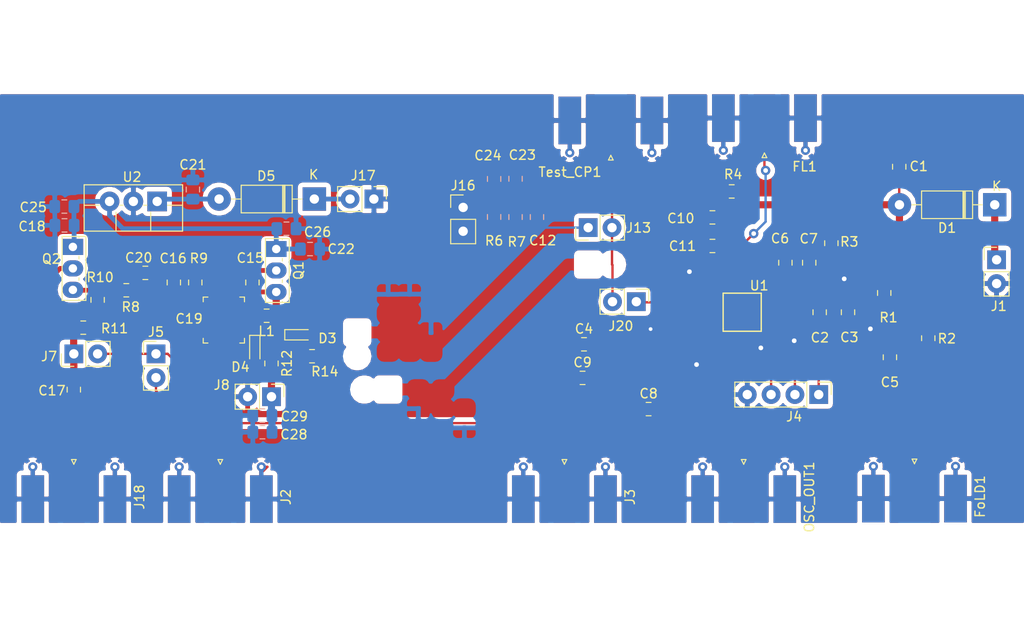
<source format=kicad_pcb>
(kicad_pcb (version 20171130) (host pcbnew "(5.1.5-0-10_14)")
  (layers (0 F.Cu signal) (31 B.Cu signal) (34 B.Paste user) (35 F.Paste user) (36 B.SilkS user) (37 F.SilkS user) (38 B.Mask user) (39 F.Mask user) (44 Edge.Cuts user))
  (net 0 "")
  (net 1 GND)
  (net 2 "Net-(C4-Pad1)")
  (net 3 "Net-(C8-Pad1)")
  (net 4 "Net-(C9-Pad2)")
  (net 5 PLL_Power)
  (net 6 "Net-(C12-Pad2)")
  (net 7 "Net-(C15-Pad1)")
  (net 8 "Net-(C15-Pad2)")
  (net 9 8V)
  (net 10 "Net-(C20-Pad2)")
  (net 11 "Net-(C21-Pad1)")
  (net 12 "Net-(D1-Pad1)")
  (net 13 "Net-(D3-Pad1)")
  (net 14 "Net-(D5-Pad1)")
  (net 15 "Net-(J2-Pad1)")
  (net 16 "Net-(J13-Pad2)")
  (net 17 V_uC)
  (net 18 Vp)
  (net 19 Vcc)
  (net 20 CE)
  (net 21 F_IN)
  (net 22 OSC_IN)
  (net 23 CPo)
  (net 24 LE)
  (net 25 Data)
  (net 26 FL)
  (net 27 FoLD)
  (net 28 OSC_OUT)
  (net 29 Clock)
  (net 30 "Net-(C17-Pad2)")
  (net 31 "Net-(C17-Pad1)")
  (net 32 "Net-(Q2-Pad3)")
  (net 33 "Net-(C23-Pad1)")
  (net 34 "Net-(C24-Pad1)")
  (net 35 "Net-(J16-Pad2)")
  (net 36 "Net-(C28-Pad2)")
  (module Capacitor_SMD:C_0805_2012Metric_Pad1.15x1.40mm_HandSolder (layer B.Cu) (at 106.7308 112.2426)
    (fp_text reference C28 (at 3.3528 0.254) (layer F.SilkS))
    (fp_text value 100pF)
    (pad 2 smd roundrect (at 1.025 0) (size 1.15 1.4) (layers B.Cu B.Paste B.Mask) (roundrect_rratio 0.217391) (net 36 "Net-(C28-Pad2)"))
    (pad 1 smd roundrect (at -1.025 0) (size 1.15 1.4) (layers B.Cu B.Paste B.Mask) (roundrect_rratio 0.217391) (net 1 GND))
  )
  (module Capacitor_SMD:C_0805_2012Metric_Pad1.15x1.40mm_HandSolder (layer B.Cu) (at 106.7218 110.4646)
    (fp_text reference C29 (at 3.4126 0.1016) (layer F.SilkS))
    (fp_text value 100nF)
    (pad 1 smd roundrect (at -1.025 0) (size 1.15 1.4) (layers B.Cu B.Paste B.Mask) (roundrect_rratio 0.217391) (net 1 GND))
    (pad 2 smd roundrect (at 1.025 0) (size 1.15 1.4) (layers B.Cu B.Paste B.Mask) (roundrect_rratio 0.217391) (net 36 "Net-(C28-Pad2)"))
  )
  (module Capacitor_SMD:C_0805_2012Metric_Pad1.15x1.40mm_HandSolder (layer B.Cu) (at 109.2925 90.5383 180)
    (fp_text reference C26 (at -3.3184 -0.3556 180) (layer F.SilkS))
    (fp_text value 100pF)
    (pad 2 smd roundrect (at 1.025 0 180) (size 1.15 1.4) (layers B.Cu B.Paste B.Mask) (roundrect_rratio 0.217391) (net 9 8V))
    (pad 1 smd roundrect (at -1.025 0 180) (size 1.15 1.4) (layers B.Cu B.Paste B.Mask) (roundrect_rratio 0.217391) (net 1 GND))
  )
  (module Capacitor_SMD:C_0805_2012Metric_Pad1.15x1.40mm_HandSolder (layer B.Cu) (at 85.6017 88.1761)
    (fp_text reference C25 (at -3.3184 0.0762) (layer F.SilkS))
    (fp_text value 100pF)
    (pad 1 smd roundrect (at -1.025 0) (size 1.15 1.4) (layers B.Cu B.Paste B.Mask) (roundrect_rratio 0.217391) (net 1 GND))
    (pad 2 smd roundrect (at 1.025 0) (size 1.15 1.4) (layers B.Cu B.Paste B.Mask) (roundrect_rratio 0.217391) (net 9 8V))
  )
  (module Resistor_SMD:R_0805_2012Metric_Pad1.15x1.40mm_HandSolder (layer F.Cu) (at 112.023 104.14 180)
    (fp_text reference R14 (at -1.3626 -1.6383 180) (layer F.SilkS))
    (fp_text value 0)
    (pad 2 smd roundrect (at 1.025 0 180) (size 1.15 1.4) (layers F.Cu F.Paste F.Mask) (roundrect_rratio 0.217391) (net 13 "Net-(D3-Pad1)"))
    (pad 1 smd roundrect (at -1.025 0 180) (size 1.15 1.4) (layers F.Cu F.Paste F.Mask) (roundrect_rratio 0.217391) (net 35 "Net-(J16-Pad2)"))
  )
  (module Resistor_SMD:R_0805_2012Metric_Pad1.15x1.40mm_HandSolder (layer F.Cu) (at 89.154 98.1292 270)
    (fp_text reference R10 (at -2.4093 -0.2667) (layer F.SilkS))
    (fp_text value 100k)
    (pad 1 smd roundrect (at -1.025 0 270) (size 1.15 1.4) (layers F.Cu F.Paste F.Mask) (roundrect_rratio 0.217391) (net 32 "Net-(Q2-Pad3)"))
    (pad 2 smd roundrect (at 1.025 0 270) (size 1.15 1.4) (layers F.Cu F.Paste F.Mask) (roundrect_rratio 0.217391) (net 1 GND))
  )
  (module Resistor_SMD:R_0805_2012Metric_Pad1.15x1.40mm_HandSolder (layer F.Cu) (at 107.696 104.911 270)
    (fp_text reference R12 (at 0 -1.65 270) (layer F.SilkS))
    (fp_text value 1k)
    (pad 1 smd roundrect (at -1.025 0 270) (size 1.15 1.4) (layers F.Cu F.Paste F.Mask) (roundrect_rratio 0.217391) (net 13 "Net-(D3-Pad1)"))
    (pad 2 smd roundrect (at 1.025 0 270) (size 1.15 1.4) (layers F.Cu F.Paste F.Mask) (roundrect_rratio 0.217391) (net 36 "Net-(C28-Pad2)"))
  )
  (module Capacitor_SMD:C_0805_2012Metric_Pad1.15x1.40mm_HandSolder (layer B.Cu) (at 131.442 85.231 90)
    (fp_text reference C24 (at 2.4982 -0.6604 180) (layer F.SilkS))
    (fp_text value 220nF)
    (pad 2 smd roundrect (at 1.025 0 90) (size 1.15 1.4) (layers B.Cu B.Paste B.Mask) (roundrect_rratio 0.217391) (net 1 GND))
    (pad 1 smd roundrect (at -1.025 0 90) (size 1.15 1.4) (layers B.Cu B.Paste B.Mask) (roundrect_rratio 0.217391) (net 34 "Net-(C24-Pad1)"))
  )
  (module Capacitor_SMD:C_0805_2012Metric_Pad1.15x1.40mm_HandSolder (layer B.Cu) (at 133.728 85.213 90)
    (fp_text reference C23 (at 2.531 0.7239 180) (layer F.SilkS))
    (fp_text value 80nF)
    (pad 1 smd roundrect (at -1.025 0 90) (size 1.15 1.4) (layers B.Cu B.Paste B.Mask) (roundrect_rratio 0.217391) (net 33 "Net-(C23-Pad1)"))
    (pad 2 smd roundrect (at 1.025 0 90) (size 1.15 1.4) (layers B.Cu B.Paste B.Mask) (roundrect_rratio 0.217391) (net 1 GND))
  )
  (module Capacitor_SMD:C_Trimmer_Murata_TZB4-B (layer F.Cu) (at 102.616 100.282 270)
    (fp_text reference C19 (at -0.1425 3.7084) (layer F.SilkS))
    (fp_text value "TZB4Z100BA10R00 ")
    (pad 1 smd rect (at -3 0 270) (size 2 1.6) (layers F.Cu F.Paste F.Mask) (net 8 "Net-(C15-Pad2)"))
    (pad 2 smd rect (at 3 0 270) (size 2 1.6) (layers F.Cu F.Paste F.Mask) (net 1 GND))
  )
  (module Resistor_SMD:R_0805_2012Metric_Pad1.15x1.40mm_HandSolder (layer B.Cu) (at 133.728 89.295 90)
    (fp_text reference R7 (at -2.6453 0.127 180) (layer F.SilkS))
    (fp_text value 62k)
    (pad 1 smd roundrect (at -1.025 0 90) (size 1.15 1.4) (layers B.Cu B.Paste B.Mask) (roundrect_rratio 0.217391) (net 6 "Net-(C12-Pad2)"))
    (pad 2 smd roundrect (at 1.025 0 90) (size 1.15 1.4) (layers B.Cu B.Paste B.Mask) (roundrect_rratio 0.217391) (net 33 "Net-(C23-Pad1)"))
  )
  (module Resistor_SMD:R_0805_2012Metric_Pad1.15x1.40mm_HandSolder (layer F.Cu) (at 92.211 97.1042)
    (fp_text reference R8 (at 0.4736 1.7907) (layer F.SilkS))
    (fp_text value "1 Ohm")
    (pad 2 smd roundrect (at 1.025 0) (size 1.15 1.4) (layers F.Cu F.Paste F.Mask) (roundrect_rratio 0.217391) (net 10 "Net-(C20-Pad2)"))
    (pad 1 smd roundrect (at -1.025 0) (size 1.15 1.4) (layers F.Cu F.Paste F.Mask) (roundrect_rratio 0.217391) (net 32 "Net-(Q2-Pad3)"))
  )
  (module Capacitor_SMD:C_0805_2012Metric_Pad1.15x1.40mm_HandSolder (layer F.Cu) (at 86.614 107.705 270)
    (fp_text reference C17 (at 0.1053 2.3368) (layer F.SilkS))
    (fp_text value 100nF)
    (pad 2 smd roundrect (at 1.025 0 270) (size 1.15 1.4) (layers F.Cu F.Paste F.Mask) (roundrect_rratio 0.217391) (net 30 "Net-(C17-Pad2)"))
    (pad 1 smd roundrect (at -1.025 0 270) (size 1.15 1.4) (layers F.Cu F.Paste F.Mask) (roundrect_rratio 0.217391) (net 31 "Net-(C17-Pad1)"))
  )
  (module Package_TO_SOT_THT:TO-251-3_Vertical (layer F.Cu) (at 86.5124 92.4814 270)
    (fp_text reference Q2 (at 1.2827 2.2987) (layer F.SilkS))
    (fp_text value "2N5486 JFET")
    (pad 3 thru_hole oval (at 4.58 0 270) (size 1.7175 2.2) (drill 0.9) (layers *.Cu *.Mask) (net 32 "Net-(Q2-Pad3)"))
    (pad 2 thru_hole oval (at 2.29 0 270) (size 1.7175 2.2) (drill 0.9) (layers *.Cu *.Mask) (net 31 "Net-(C17-Pad1)"))
    (pad 1 thru_hole rect (at 0 0 270) (size 1.7175 2.2) (drill 0.9) (layers *.Cu *.Mask) (net 9 8V))
  )
  (module Package_TO_SOT_THT:TO-251-3_Vertical (layer F.Cu) (at 108.204 92.706 270)
    (fp_text reference Q1 (at 2.29 -2.39 270) (layer F.SilkS))
    (fp_text value "2N5486 JFET")
    (pad 1 thru_hole rect (at 0 0 270) (size 1.7 2.2) (drill 0.9) (layers *.Cu *.Mask) (net 9 8V))
    (pad 2 thru_hole oval (at 2.29 0 270) (size 1.7 2.2) (drill 0.9) (layers *.Cu *.Mask) (net 7 "Net-(C15-Pad1)"))
    (pad 3 thru_hole oval (at 4.58 0 270) (size 1.7 2.2) (drill 0.9) (layers *.Cu *.Mask) (net 8 "Net-(C15-Pad2)"))
  )
  (module Connector_Coaxial:SMA_Molex_73251-1153_EdgeMount_Horizontal (layer F.Cu) (at 176.276 117.6092 90)
    (fp_text reference FoLD1 (at -1.5 7 90) (layer F.SilkS))
    (fp_text value Conn_Coaxial)
    (pad 2 smd rect (at 1.27 4.38 90) (size 0.95 0.46) (layers B.Cu) (net 1 GND))
    (pad 2 smd rect (at 1.27 -4.38 90) (size 0.95 0.46) (layers B.Cu) (net 1 GND))
    (pad 2 smd rect (at 1.27 4.38 90) (size 0.95 0.46) (layers F.Cu) (net 1 GND))
    (pad 2 smd rect (at 1.27 -4.38 90) (size 0.95 0.46) (layers F.Cu) (net 1 GND))
    (pad 2 thru_hole circle (at 1.72 4.38 90) (size 0.97 0.97) (drill 0.46) (layers *.Cu) (net 1 GND))
    (pad 2 thru_hole circle (at 1.72 -4.38 90) (size 0.97 0.97) (drill 0.46) (layers *.Cu) (net 1 GND))
    (pad 2 smd rect (at -1.72 4.38 90) (size 5.08 2.42) (layers B.Cu B.Paste B.Mask) (net 1 GND))
    (pad 2 smd rect (at -1.72 -4.38 90) (size 5.08 2.42) (layers B.Cu B.Paste B.Mask) (net 1 GND))
    (pad 2 smd rect (at -1.72 4.38 90) (size 5.08 2.42) (layers F.Cu F.Paste F.Mask) (net 1 GND))
    (pad 2 smd rect (at -1.72 -4.38 90) (size 5.08 2.42) (layers F.Cu F.Paste F.Mask) (net 1 GND))
    (pad 1 smd rect (at -1.72 0 90) (size 5.08 2.29) (layers F.Cu F.Paste F.Mask) (net 27 FoLD))
  )
  (module Connector_Coaxial:SMA_Molex_73251-1153_EdgeMount_Horizontal (layer F.Cu) (at 160.274 80.46 270)
    (fp_text reference FL1 (at 3.45652 -4.28244) (layer F.SilkS))
    (fp_text value Conn_Coaxial)
    (pad 1 smd rect (at -1.72 0 270) (size 5.08 2.29) (layers F.Cu F.Paste F.Mask) (net 26 FL))
    (pad 2 smd rect (at -1.72 -4.38 270) (size 5.08 2.42) (layers F.Cu F.Paste F.Mask) (net 1 GND))
    (pad 2 smd rect (at -1.72 4.38 270) (size 5.08 2.42) (layers F.Cu F.Paste F.Mask) (net 1 GND))
    (pad 2 smd rect (at -1.72 -4.38 270) (size 5.08 2.42) (layers B.Cu B.Paste B.Mask) (net 1 GND))
    (pad 2 smd rect (at -1.72 4.38 270) (size 5.08 2.42) (layers B.Cu B.Paste B.Mask) (net 1 GND))
    (pad 2 thru_hole circle (at 1.72 -4.38 270) (size 0.97 0.97) (drill 0.46) (layers *.Cu) (net 1 GND))
    (pad 2 thru_hole circle (at 1.72 4.38 270) (size 0.97 0.97) (drill 0.46) (layers *.Cu) (net 1 GND))
    (pad 2 smd rect (at 1.27 -4.38 270) (size 0.95 0.46) (layers F.Cu) (net 1 GND))
    (pad 2 smd rect (at 1.27 4.38 270) (size 0.95 0.46) (layers F.Cu) (net 1 GND))
    (pad 2 smd rect (at 1.27 -4.38 270) (size 0.95 0.46) (layers B.Cu) (net 1 GND))
    (pad 2 smd rect (at 1.27 4.38 270) (size 0.95 0.46) (layers B.Cu) (net 1 GND))
  )
  (module Connector_Coaxial:SMA_Molex_73251-1153_EdgeMount_Horizontal (layer F.Cu) (at 143.891 80.714 270)
    (fp_text reference Test_CP1 (at 3.78672 4.35356) (layer F.SilkS))
    (fp_text value Conn_Coaxial)
    (pad 2 smd rect (at 1.27 4.38 270) (size 0.95 0.46) (layers B.Cu) (net 1 GND))
    (pad 2 smd rect (at 1.27 -4.38 270) (size 0.95 0.46) (layers B.Cu) (net 1 GND))
    (pad 2 smd rect (at 1.27 4.38 270) (size 0.95 0.46) (layers F.Cu) (net 1 GND))
    (pad 2 smd rect (at 1.27 -4.38 270) (size 0.95 0.46) (layers F.Cu) (net 1 GND))
    (pad 2 thru_hole circle (at 1.72 4.38 270) (size 0.97 0.97) (drill 0.46) (layers *.Cu) (net 1 GND))
    (pad 2 thru_hole circle (at 1.72 -4.38 270) (size 0.97 0.97) (drill 0.46) (layers *.Cu) (net 1 GND))
    (pad 2 smd rect (at -1.72 4.38 270) (size 5.08 2.42) (layers B.Cu B.Paste B.Mask) (net 1 GND))
    (pad 2 smd rect (at -1.72 -4.38 270) (size 5.08 2.42) (layers B.Cu B.Paste B.Mask) (net 1 GND))
    (pad 2 smd rect (at -1.72 4.38 270) (size 5.08 2.42) (layers F.Cu F.Paste F.Mask) (net 1 GND))
    (pad 2 smd rect (at -1.72 -4.38 270) (size 5.08 2.42) (layers F.Cu F.Paste F.Mask) (net 1 GND))
    (pad 1 smd rect (at -1.72 0 270) (size 5.08 2.29) (layers F.Cu F.Paste F.Mask) (net 16 "Net-(J13-Pad2)"))
  )
  (module Connector_Coaxial:SMA_Molex_73251-1153_EdgeMount_Horizontal (layer F.Cu) (at 158.0642 117.66 90)
    (fp_text reference OSC_OUT1 (at -1.5 7 90) (layer F.SilkS))
    (fp_text value Conn_Coaxial)
    (pad 1 smd rect (at -1.72 0 90) (size 5.08 2.29) (layers F.Cu F.Paste F.Mask) (net 28 OSC_OUT))
    (pad 2 smd rect (at -1.72 -4.38 90) (size 5.08 2.42) (layers F.Cu F.Paste F.Mask) (net 1 GND))
    (pad 2 smd rect (at -1.72 4.38 90) (size 5.08 2.42) (layers F.Cu F.Paste F.Mask) (net 1 GND))
    (pad 2 smd rect (at -1.72 -4.38 90) (size 5.08 2.42) (layers B.Cu B.Paste B.Mask) (net 1 GND))
    (pad 2 smd rect (at -1.72 4.38 90) (size 5.08 2.42) (layers B.Cu B.Paste B.Mask) (net 1 GND))
    (pad 2 thru_hole circle (at 1.72 -4.38 90) (size 0.97 0.97) (drill 0.46) (layers *.Cu) (net 1 GND))
    (pad 2 thru_hole circle (at 1.72 4.38 90) (size 0.97 0.97) (drill 0.46) (layers *.Cu) (net 1 GND))
    (pad 2 smd rect (at 1.27 -4.38 90) (size 0.95 0.46) (layers F.Cu) (net 1 GND))
    (pad 2 smd rect (at 1.27 4.38 90) (size 0.95 0.46) (layers F.Cu) (net 1 GND))
    (pad 2 smd rect (at 1.27 -4.38 90) (size 0.95 0.46) (layers B.Cu) (net 1 GND))
    (pad 2 smd rect (at 1.27 4.38 90) (size 0.95 0.46) (layers B.Cu) (net 1 GND))
  )
  (module Capacitor_SMD:C_0805_2012Metric_Pad1.15x1.40mm_HandSolder (layer F.Cu) (at 174.6504 83.9306 270)
    (fp_text reference C1 (at -0.04456 -2.0828) (layer F.SilkS))
    (fp_text value C)
    (pad 1 smd roundrect (at -1.025 0 270) (size 1.15 1.4) (layers F.Cu F.Paste F.Mask) (roundrect_rratio 0.217391) (net 1 GND))
    (pad 2 smd roundrect (at 1.025 0 270) (size 1.15 1.4) (layers F.Cu F.Paste F.Mask) (roundrect_rratio 0.217391) (net 5 PLL_Power))
  )
  (module Capacitor_SMD:C_0805_2012Metric_Pad1.15x1.40mm_HandSolder (layer F.Cu) (at 166.1668 99.45 90)
    (fp_text reference C2 (at -2.7088 0.02032 180) (layer F.SilkS))
    (fp_text value 100nF)
    (pad 1 smd roundrect (at -1.025 0 90) (size 1.15 1.4) (layers F.Cu F.Paste F.Mask) (roundrect_rratio 0.217391) (net 1 GND))
    (pad 2 smd roundrect (at 1.025 0 90) (size 1.15 1.4) (layers F.Cu F.Paste F.Mask) (roundrect_rratio 0.217391) (net 17 V_uC))
  )
  (module Capacitor_SMD:C_0805_2012Metric_Pad1.15x1.40mm_HandSolder (layer F.Cu) (at 169.1894 99.45 90)
    (fp_text reference C3 (at -2.67324 0.14224 180) (layer F.SilkS))
    (fp_text value 100pF)
    (pad 2 smd roundrect (at 1.025 0 90) (size 1.15 1.4) (layers F.Cu F.Paste F.Mask) (roundrect_rratio 0.217391) (net 17 V_uC))
    (pad 1 smd roundrect (at -1.025 0 90) (size 1.15 1.4) (layers F.Cu F.Paste F.Mask) (roundrect_rratio 0.217391) (net 1 GND))
  )
  (module Capacitor_SMD:C_0805_2012Metric_Pad1.15x1.40mm_HandSolder (layer F.Cu) (at 141.0298 102.87)
    (fp_text reference C4 (at 0 -1.65) (layer F.SilkS))
    (fp_text value 1000pF)
    (pad 2 smd roundrect (at 1.025 0) (size 1.15 1.4) (layers F.Cu F.Paste F.Mask) (roundrect_rratio 0.217391) (net 21 F_IN))
    (pad 1 smd roundrect (at -1.025 0) (size 1.15 1.4) (layers F.Cu F.Paste F.Mask) (roundrect_rratio 0.217391) (net 2 "Net-(C4-Pad1)"))
  )
  (module Capacitor_SMD:C_0805_2012Metric_Pad1.15x1.40mm_HandSolder (layer F.Cu) (at 173.6598 104.2506 90)
    (fp_text reference C5 (at -2.66308 -0.00508 180) (layer F.SilkS))
    (fp_text value 100nF)
    (pad 2 smd roundrect (at 1.025 0 90) (size 1.15 1.4) (layers F.Cu F.Paste F.Mask) (roundrect_rratio 0.217391) (net 20 CE))
    (pad 1 smd roundrect (at -1.025 0 90) (size 1.15 1.4) (layers F.Cu F.Paste F.Mask) (roundrect_rratio 0.217391) (net 1 GND))
  )
  (module Capacitor_SMD:C_0805_2012Metric_Pad1.15x1.40mm_HandSolder (layer F.Cu) (at 162.5092 94.1668 90)
    (fp_text reference C6 (at 2.5871 -0.5715 180) (layer F.SilkS))
    (fp_text value 100nF)
    (pad 1 smd roundrect (at -1.025 0 90) (size 1.15 1.4) (layers F.Cu F.Paste F.Mask) (roundrect_rratio 0.217391) (net 1 GND))
    (pad 2 smd roundrect (at 1.025 0 90) (size 1.15 1.4) (layers F.Cu F.Paste F.Mask) (roundrect_rratio 0.217391) (net 19 Vcc))
  )
  (module Capacitor_SMD:C_0805_2012Metric_Pad1.15x1.40mm_HandSolder (layer F.Cu) (at 165.0492 94.1668 90)
    (fp_text reference C7 (at 2.5617 -0.0508 180) (layer F.SilkS))
    (fp_text value 100pF)
    (pad 1 smd roundrect (at -1.025 0 90) (size 1.15 1.4) (layers F.Cu F.Paste F.Mask) (roundrect_rratio 0.217391) (net 1 GND))
    (pad 2 smd roundrect (at 1.025 0 90) (size 1.15 1.4) (layers F.Cu F.Paste F.Mask) (roundrect_rratio 0.217391) (net 19 Vcc))
  )
  (module Capacitor_SMD:C_0805_2012Metric_Pad1.15x1.40mm_HandSolder (layer F.Cu) (at 147.9206 109.7788)
    (fp_text reference C8 (at 0 -1.65) (layer F.SilkS))
    (fp_text value 1000pF)
    (pad 2 smd roundrect (at 1.025 0) (size 1.15 1.4) (layers F.Cu F.Paste F.Mask) (roundrect_rratio 0.217391) (net 22 OSC_IN))
    (pad 1 smd roundrect (at -1.025 0) (size 1.15 1.4) (layers F.Cu F.Paste F.Mask) (roundrect_rratio 0.217391) (net 3 "Net-(C8-Pad1)"))
  )
  (module Capacitor_SMD:C_0805_2012Metric_Pad1.15x1.40mm_HandSolder (layer F.Cu) (at 140.8774 106.4514)
    (fp_text reference C9 (at 0 -1.65) (layer F.SilkS))
    (fp_text value 100nF)
    (pad 2 smd roundrect (at 1.025 0) (size 1.15 1.4) (layers F.Cu F.Paste F.Mask) (roundrect_rratio 0.217391) (net 4 "Net-(C9-Pad2)"))
    (pad 1 smd roundrect (at -1.025 0) (size 1.15 1.4) (layers F.Cu F.Paste F.Mask) (roundrect_rratio 0.217391) (net 1 GND))
  )
  (module Capacitor_SMD:C_0805_2012Metric_Pad1.15x1.40mm_HandSolder (layer F.Cu) (at 154.7278 89.3318)
    (fp_text reference C10 (at -3.3692 0.1016) (layer F.SilkS))
    (fp_text value 100nF)
    (pad 2 smd roundrect (at 1.025 0) (size 1.15 1.4) (layers F.Cu F.Paste F.Mask) (roundrect_rratio 0.217391) (net 18 Vp))
    (pad 1 smd roundrect (at -1.025 0) (size 1.15 1.4) (layers F.Cu F.Paste F.Mask) (roundrect_rratio 0.217391) (net 1 GND))
  )
  (module Capacitor_SMD:C_0805_2012Metric_Pad1.15x1.40mm_HandSolder (layer F.Cu) (at 154.7278 92.3798)
    (fp_text reference C11 (at -3.1914 0.0127) (layer F.SilkS))
    (fp_text value 100pF)
    (pad 1 smd roundrect (at -1.025 0) (size 1.15 1.4) (layers F.Cu F.Paste F.Mask) (roundrect_rratio 0.217391) (net 1 GND))
    (pad 2 smd roundrect (at 1.025 0) (size 1.15 1.4) (layers F.Cu F.Paste F.Mask) (roundrect_rratio 0.217391) (net 18 Vp))
  )
  (module Capacitor_SMD:C_0805_2012Metric_Pad1.15x1.40mm_HandSolder (layer B.Cu) (at 136.014 89.295 270)
    (fp_text reference C12 (at 2.5056 -0.6096) (layer F.SilkS))
    (fp_text value 12nF)
    (pad 2 smd roundrect (at 1.025 0 270) (size 1.15 1.4) (layers B.Cu B.Paste B.Mask) (roundrect_rratio 0.217391) (net 6 "Net-(C12-Pad2)"))
    (pad 1 smd roundrect (at -1.025 0 270) (size 1.15 1.4) (layers B.Cu B.Paste B.Mask) (roundrect_rratio 0.217391) (net 1 GND))
  )
  (module Capacitor_SMD:C_0805_2012Metric_Pad1.15x1.40mm_HandSolder (layer F.Cu) (at 105.664 96.275 270)
    (fp_text reference C15 (at -2.6125 0.2286) (layer F.SilkS))
    (fp_text value 47pF)
    (pad 1 smd roundrect (at -1.025 0 270) (size 1.15 1.4) (layers F.Cu F.Paste F.Mask) (roundrect_rratio 0.217391) (net 7 "Net-(C15-Pad1)"))
    (pad 2 smd roundrect (at 1.025 0 270) (size 1.15 1.4) (layers F.Cu F.Paste F.Mask) (roundrect_rratio 0.217391) (net 8 "Net-(C15-Pad2)"))
  )
  (module Capacitor_SMD:C_0805_2012Metric_Pad1.15x1.40mm_HandSolder (layer F.Cu) (at 97.282 96.275 90)
    (fp_text reference C16 (at 2.5744 -0.0762 180) (layer F.SilkS))
    (fp_text value 100pF)
    (pad 2 smd roundrect (at 1.025 0 90) (size 1.15 1.4) (layers F.Cu F.Paste F.Mask) (roundrect_rratio 0.217391) (net 7 "Net-(C15-Pad1)"))
    (pad 1 smd roundrect (at -1.025 0 90) (size 1.15 1.4) (layers F.Cu F.Paste F.Mask) (roundrect_rratio 0.217391) (net 1 GND))
  )
  (module Capacitor_SMD:C_0805_2012Metric_Pad1.15x1.40mm_HandSolder (layer B.Cu) (at 85.6197 90.1827)
    (fp_text reference C18 (at -3.4634 0.1143) (layer F.SilkS))
    (fp_text value 100nF)
    (pad 1 smd roundrect (at -1.025 0) (size 1.15 1.4) (layers B.Cu B.Paste B.Mask) (roundrect_rratio 0.217391) (net 1 GND))
    (pad 2 smd roundrect (at 1.025 0) (size 1.15 1.4) (layers B.Cu B.Paste B.Mask) (roundrect_rratio 0.217391) (net 9 8V))
  )
  (module Capacitor_SMD:C_0805_2012Metric_Pad1.15x1.40mm_HandSolder (layer F.Cu) (at 94.243 95.25 180)
    (fp_text reference C20 (at 0.7075 1.6129 180) (layer F.SilkS))
    (fp_text value 10pF)
    (pad 1 smd roundrect (at -1.025 0 180) (size 1.15 1.4) (layers F.Cu F.Paste F.Mask) (roundrect_rratio 0.217391) (net 7 "Net-(C15-Pad1)"))
    (pad 2 smd roundrect (at 1.025 0 180) (size 1.15 1.4) (layers F.Cu F.Paste F.Mask) (roundrect_rratio 0.217391) (net 10 "Net-(C20-Pad2)"))
  )
  (module Capacitor_SMD:C_0805_2012Metric_Pad1.15x1.40mm_HandSolder (layer B.Cu) (at 99.314 86.36 90)
    (fp_text reference C21 (at 2.6416 0) (layer F.SilkS))
    (fp_text value 100nF)
    (pad 1 smd roundrect (at -1.025 0 90) (size 1.15 1.4) (layers B.Cu B.Paste B.Mask) (roundrect_rratio 0.217391) (net 11 "Net-(C21-Pad1)"))
    (pad 2 smd roundrect (at 1.025 0 90) (size 1.15 1.4) (layers B.Cu B.Paste B.Mask) (roundrect_rratio 0.217391) (net 1 GND))
  )
  (module Capacitor_SMD:C_0805_2012Metric_Pad1.15x1.40mm_HandSolder (layer B.Cu) (at 111.8071 92.71 180)
    (fp_text reference C22 (at -3.3184 0 180) (layer F.SilkS))
    (fp_text value 100nF)
    (pad 1 smd roundrect (at -1.025 0 180) (size 1.15 1.4) (layers B.Cu B.Paste B.Mask) (roundrect_rratio 0.217391) (net 1 GND))
    (pad 2 smd roundrect (at 1.025 0 180) (size 1.15 1.4) (layers B.Cu B.Paste B.Mask) (roundrect_rratio 0.217391) (net 9 8V))
  )
  (module Diode_THT:D_DO-41_SOD81_P10.16mm_Horizontal (layer F.Cu) (at 184.8358 87.9856 180)
    (fp_text reference D1 (at 5.08 -2.47 180) (layer F.SilkS))
    (fp_text value DIODE)
    (fp_text user K (at -0.21336 1.9812 180) (layer F.SilkS))
    (pad 1 thru_hole rect (at 0 0 180) (size 2.5 2.5) (drill 1) (layers *.Cu *.Mask) (net 12 "Net-(D1-Pad1)"))
    (pad 2 thru_hole oval (at 10.16 0 180) (size 2.5 2.5) (drill 1) (layers *.Cu *.Mask) (net 5 PLL_Power))
  )
  (module Diode_SMD:D_SC-80_HandSoldering (layer F.Cu) (at 110.914 101.854)
    (fp_text reference D3 (at 2.751 0.381) (layer F.SilkS))
    (fp_text value 1SV232)
    (pad 1 smd rect (at -1.1 0) (size 1.1 0.6) (layers F.Cu F.Paste F.Mask) (net 13 "Net-(D3-Pad1)"))
    (pad 2 smd rect (at 1.1 0) (size 1.1 0.6) (layers F.Cu F.Paste F.Mask) (net 8 "Net-(C15-Pad2)"))
  )
  (module Diode_SMD:D_SC-80_HandSoldering (layer F.Cu) (at 105.918 103.716 270)
    (fp_text reference D4 (at 1.5797 1.5367) (layer F.SilkS))
    (fp_text value 1SV232)
    (pad 2 smd rect (at 1.1 0 270) (size 1.1 0.6) (layers F.Cu F.Paste F.Mask) (net 1 GND))
    (pad 1 smd rect (at -1.1 0 270) (size 1.1 0.6) (layers F.Cu F.Paste F.Mask) (net 13 "Net-(D3-Pad1)"))
  )
  (module Diode_THT:D_DO-41_SOD81_P10.16mm_Horizontal (layer F.Cu) (at 112.268 87.376 180)
    (fp_text reference D5 (at 5.1308 2.4511 180) (layer F.SilkS))
    (fp_text value DIODE)
    (fp_text user K (at 0.0762 2.6035 180) (layer F.SilkS))
    (pad 2 thru_hole oval (at 10.16 0 180) (size 2.5 2.5) (drill 1) (layers *.Cu *.Mask) (net 11 "Net-(C21-Pad1)"))
    (pad 1 thru_hole rect (at 0 0 180) (size 2.5 2.5) (drill 1) (layers *.Cu *.Mask) (net 14 "Net-(D5-Pad1)"))
  )
  (module Connector_PinHeader_2.54mm:PinHeader_1x02_P2.54mm_Vertical (layer F.Cu) (at 185.039 93.853)
    (fp_text reference J1 (at 0.2286 4.94792) (layer F.SilkS))
    (fp_text value Conn_01x02_Male)
    (pad 2 thru_hole oval (at 0 2.54) (size 2 2) (drill 1) (layers *.Cu *.Mask) (net 1 GND))
    (pad 1 thru_hole rect (at 0 0) (size 2 2) (drill 1) (layers *.Cu *.Mask) (net 12 "Net-(D1-Pad1)"))
  )
  (module Connector_Coaxial:SMA_Molex_73251-1153_EdgeMount_Horizontal (layer F.Cu) (at 102.235 117.66 90)
    (fp_text reference J2 (at -1.5 7 90) (layer F.SilkS))
    (fp_text value Conn_Coaxial)
    (pad 2 smd rect (at 1.27 4.38 90) (size 0.95 0.46) (layers B.Cu) (net 1 GND))
    (pad 2 smd rect (at 1.27 -4.38 90) (size 0.95 0.46) (layers B.Cu) (net 1 GND))
    (pad 2 smd rect (at 1.27 4.38 90) (size 0.95 0.46) (layers F.Cu) (net 1 GND))
    (pad 2 smd rect (at 1.27 -4.38 90) (size 0.95 0.46) (layers F.Cu) (net 1 GND))
    (pad 2 thru_hole circle (at 1.72 4.38 90) (size 0.97 0.97) (drill 0.46) (layers *.Cu) (net 1 GND))
    (pad 2 thru_hole circle (at 1.72 -4.38 90) (size 0.97 0.97) (drill 0.46) (layers *.Cu) (net 1 GND))
    (pad 2 smd rect (at -1.72 4.38 90) (size 5.08 2.42) (layers B.Cu B.Paste B.Mask) (net 1 GND))
    (pad 2 smd rect (at -1.72 -4.38 90) (size 5.08 2.42) (layers B.Cu B.Paste B.Mask) (net 1 GND))
    (pad 2 smd rect (at -1.72 4.38 90) (size 5.08 2.42) (layers F.Cu F.Paste F.Mask) (net 1 GND))
    (pad 2 smd rect (at -1.72 -4.38 90) (size 5.08 2.42) (layers F.Cu F.Paste F.Mask) (net 1 GND))
    (pad 1 smd rect (at -1.72 0 90) (size 5.08 2.29) (layers F.Cu F.Paste F.Mask) (net 15 "Net-(J2-Pad1)"))
  )
  (module Connector_Coaxial:SMA_Molex_73251-1153_EdgeMount_Horizontal (layer F.Cu) (at 138.938 117.66 90)
    (fp_text reference J3 (at -1.5 7 90) (layer F.SilkS))
    (fp_text value Conn_Coaxial)
    (pad 1 smd rect (at -1.72 0 90) (size 5.08 2.29) (layers F.Cu F.Paste F.Mask) (net 3 "Net-(C8-Pad1)"))
    (pad 2 smd rect (at -1.72 -4.38 90) (size 5.08 2.42) (layers F.Cu F.Paste F.Mask) (net 1 GND))
    (pad 2 smd rect (at -1.72 4.38 90) (size 5.08 2.42) (layers F.Cu F.Paste F.Mask) (net 1 GND))
    (pad 2 smd rect (at -1.72 -4.38 90) (size 5.08 2.42) (layers B.Cu B.Paste B.Mask) (net 1 GND))
    (pad 2 smd rect (at -1.72 4.38 90) (size 5.08 2.42) (layers B.Cu B.Paste B.Mask) (net 1 GND))
    (pad 2 thru_hole circle (at 1.72 -4.38 90) (size 0.97 0.97) (drill 0.46) (layers *.Cu) (net 1 GND))
    (pad 2 thru_hole circle (at 1.72 4.38 90) (size 0.97 0.97) (drill 0.46) (layers *.Cu) (net 1 GND))
    (pad 2 smd rect (at 1.27 -4.38 90) (size 0.95 0.46) (layers F.Cu) (net 1 GND))
    (pad 2 smd rect (at 1.27 4.38 90) (size 0.95 0.46) (layers F.Cu) (net 1 GND))
    (pad 2 smd rect (at 1.27 -4.38 90) (size 0.95 0.46) (layers B.Cu) (net 1 GND))
    (pad 2 smd rect (at 1.27 4.38 90) (size 0.95 0.46) (layers B.Cu) (net 1 GND))
  )
  (module Connector_PinHeader_2.54mm:PinHeader_1x04_P2.54mm_Vertical (layer F.Cu) (at 166.0652 108.2294 270)
    (fp_text reference J4 (at 2.3622 2.62128) (layer F.SilkS))
    (fp_text value Conn_01x04_Male)
    (pad 1 thru_hole rect (at 0 0 270) (size 2 2) (drill 1) (layers *.Cu *.Mask) (net 24 LE))
    (pad 2 thru_hole oval (at 0 2.54 270) (size 2 2) (drill 1) (layers *.Cu *.Mask) (net 25 Data))
    (pad 3 thru_hole oval (at 0 5.08 270) (size 2 2) (drill 1) (layers *.Cu *.Mask) (net 29 Clock))
    (pad 4 thru_hole oval (at 0 7.62 270) (size 2 2) (drill 1) (layers *.Cu *.Mask) (net 1 GND))
  )
  (module Connector_PinHeader_2.54mm:PinHeader_1x02_P2.54mm_Vertical (layer F.Cu) (at 95.377 103.886)
    (fp_text reference J5 (at 0 -2.33) (layer F.SilkS))
    (fp_text value Conn_01x02_Male)
    (pad 1 thru_hole rect (at 0 0) (size 2 2) (drill 1) (layers *.Cu *.Mask) (net 2 "Net-(C4-Pad1)"))
    (pad 2 thru_hole oval (at 0 2.54) (size 2 2) (drill 1) (layers *.Cu *.Mask) (net 15 "Net-(J2-Pad1)"))
  )
  (module Connector_PinHeader_2.54mm:PinHeader_1x02_P2.54mm_Vertical (layer F.Cu) (at 86.614 103.886 90)
    (fp_text reference J7 (at -0.2794 -2.6416 180) (layer F.SilkS))
    (fp_text value Conn_01x02_Male)
    (pad 2 thru_hole oval (at 0 2.54 90) (size 2 2) (drill 1) (layers *.Cu *.Mask) (net 2 "Net-(C4-Pad1)"))
    (pad 1 thru_hole rect (at 0 0 90) (size 2 2) (drill 1) (layers *.Cu *.Mask) (net 31 "Net-(C17-Pad1)"))
  )
  (module Connector_PinHeader_2.54mm:PinHeader_1x02_P2.54mm_Vertical (layer F.Cu) (at 107.696 108.458 270)
    (fp_text reference J8 (at -1.2446 5.3086) (layer F.SilkS))
    (fp_text value Conn_01x02_Male)
    (pad 1 thru_hole rect (at 0 0 270) (size 2 2) (drill 1) (layers *.Cu *.Mask) (net 36 "Net-(C28-Pad2)"))
    (pad 2 thru_hole oval (at 0 2.54 270) (size 2 2) (drill 1) (layers *.Cu *.Mask) (net 1 GND))
  )
  (module Connector_PinHeader_2.54mm:PinHeader_1x02_P2.54mm_Vertical (layer F.Cu) (at 141.478 90.424 90)
    (fp_text reference J13 (at -0.02032 5.37464 180) (layer F.SilkS))
    (fp_text value Conn_01x02_Male)
    (pad 2 thru_hole oval (at 0 2.54 90) (size 2 2) (drill 1) (layers *.Cu *.Mask) (net 16 "Net-(J13-Pad2)"))
    (pad 1 thru_hole rect (at 0 0 90) (size 2 2) (drill 1) (layers *.Cu *.Mask) (net 6 "Net-(C12-Pad2)"))
  )
  (module Connector_PinHeader_2.54mm:PinHeader_1x02_P2.54mm_Vertical (layer F.Cu) (at 128.14 88.27)
    (fp_text reference J16 (at 0 -2.33) (layer F.SilkS))
    (fp_text value Conn_01x02_Male)
    (pad 1 thru_hole rect (at 0 0) (size 2 2) (drill 1) (layers *.Cu *.Mask) (net 34 "Net-(C24-Pad1)"))
    (pad 2 thru_hole oval (at 0 2.54) (size 2 2) (drill 1) (layers *.Cu *.Mask) (net 35 "Net-(J16-Pad2)"))
  )
  (module Connector_PinHeader_2.54mm:PinHeader_1x02_P2.54mm_Vertical (layer F.Cu) (at 118.618 87.376 270)
    (fp_text reference J17 (at -2.5019 1.143) (layer F.SilkS))
    (fp_text value Conn_01x02_Male)
    (pad 1 thru_hole rect (at 0 0 270) (size 2 2) (drill 1) (layers *.Cu *.Mask) (net 1 GND))
    (pad 2 thru_hole oval (at 0 2.54 270) (size 2 2) (drill 1) (layers *.Cu *.Mask) (net 14 "Net-(D5-Pad1)"))
  )
  (module Connector_Coaxial:SMA_Molex_73251-1153_EdgeMount_Horizontal (layer F.Cu) (at 86.614 117.66 90)
    (fp_text reference J18 (at -1.5 7 90) (layer F.SilkS))
    (fp_text value Conn_Coaxial)
    (pad 1 smd rect (at -1.72 0 90) (size 5.08 2.29) (layers F.Cu F.Paste F.Mask) (net 30 "Net-(C17-Pad2)"))
    (pad 2 smd rect (at -1.72 -4.38 90) (size 5.08 2.42) (layers F.Cu F.Paste F.Mask) (net 1 GND))
    (pad 2 smd rect (at -1.72 4.38 90) (size 5.08 2.42) (layers F.Cu F.Paste F.Mask) (net 1 GND))
    (pad 2 smd rect (at -1.72 -4.38 90) (size 5.08 2.42) (layers B.Cu B.Paste B.Mask) (net 1 GND))
    (pad 2 smd rect (at -1.72 4.38 90) (size 5.08 2.42) (layers B.Cu B.Paste B.Mask) (net 1 GND))
    (pad 2 thru_hole circle (at 1.72 -4.38 90) (size 0.97 0.97) (drill 0.46) (layers *.Cu) (net 1 GND))
    (pad 2 thru_hole circle (at 1.72 4.38 90) (size 0.97 0.97) (drill 0.46) (layers *.Cu) (net 1 GND))
    (pad 2 smd rect (at 1.27 -4.38 90) (size 0.95 0.46) (layers F.Cu) (net 1 GND))
    (pad 2 smd rect (at 1.27 4.38 90) (size 0.95 0.46) (layers F.Cu) (net 1 GND))
    (pad 2 smd rect (at 1.27 -4.38 90) (size 0.95 0.46) (layers B.Cu) (net 1 GND))
    (pad 2 smd rect (at 1.27 4.38 90) (size 0.95 0.46) (layers B.Cu) (net 1 GND))
  )
  (module Connector_PinHeader_2.54mm:PinHeader_1x02_P2.54mm_Vertical (layer F.Cu) (at 146.6088 98.3234 270)
    (fp_text reference J20 (at 2.60096 1.64592) (layer F.SilkS))
    (fp_text value Conn_01x02_Male)
    (pad 2 thru_hole oval (at 0 2.54 270) (size 2 2) (drill 1) (layers *.Cu *.Mask) (net 16 "Net-(J13-Pad2)"))
    (pad 1 thru_hole rect (at 0 0 270) (size 2 2) (drill 1) (layers *.Cu *.Mask) (net 23 CPo))
  )
  (module Inductor_SMD:L_0805_2012Metric_Pad1.15x1.40mm_HandSolder (layer F.Cu) (at 107.179 99.822 180)
    (fp_text reference L1 (at 0 -1.65 180) (layer F.SilkS))
    (fp_text value 680nH)
    (pad 2 smd roundrect (at 1.025 0 180) (size 1.15 1.4) (layers F.Cu F.Paste F.Mask) (roundrect_rratio 0.217391) (net 1 GND))
    (pad 1 smd roundrect (at -1.025 0 180) (size 1.15 1.4) (layers F.Cu F.Paste F.Mask) (roundrect_rratio 0.217391) (net 8 "Net-(C15-Pad2)"))
  )
  (module Resistor_SMD:R_0805_2012Metric_Pad1.15x1.40mm_HandSolder (layer F.Cu) (at 173.0502 97.3926 270)
    (fp_text reference R1 (at 2.62244 -0.46228) (layer F.SilkS))
    (fp_text value 18)
    (pad 1 smd roundrect (at -1.025 0 270) (size 1.15 1.4) (layers F.Cu F.Paste F.Mask) (roundrect_rratio 0.217391) (net 5 PLL_Power))
    (pad 2 smd roundrect (at 1.025 0 270) (size 1.15 1.4) (layers F.Cu F.Paste F.Mask) (roundrect_rratio 0.217391) (net 17 V_uC))
  )
  (module Resistor_SMD:R_0805_2012Metric_Pad1.15x1.40mm_HandSolder (layer F.Cu) (at 177.7492 102.2186 270)
    (fp_text reference R2 (at 0.04688 -1.9812) (layer F.SilkS))
    (fp_text value 10k)
    (pad 2 smd roundrect (at 1.025 0 270) (size 1.15 1.4) (layers F.Cu F.Paste F.Mask) (roundrect_rratio 0.217391) (net 20 CE))
    (pad 1 smd roundrect (at -1.025 0 270) (size 1.15 1.4) (layers F.Cu F.Paste F.Mask) (roundrect_rratio 0.217391) (net 5 PLL_Power))
  )
  (module Resistor_SMD:R_0805_2012Metric_Pad1.15x1.40mm_HandSolder (layer F.Cu) (at 167.4114 92.084 270)
    (fp_text reference R3 (at -0.1487 -1.9177) (layer F.SilkS))
    (fp_text value 18)
    (pad 2 smd roundrect (at 1.025 0 270) (size 1.15 1.4) (layers F.Cu F.Paste F.Mask) (roundrect_rratio 0.217391) (net 19 Vcc))
    (pad 1 smd roundrect (at -1.025 0 270) (size 1.15 1.4) (layers F.Cu F.Paste F.Mask) (roundrect_rratio 0.217391) (net 5 PLL_Power))
  )
  (module Resistor_SMD:R_0805_2012Metric_Pad1.15x1.40mm_HandSolder (layer F.Cu) (at 156.7852 86.5632 180)
    (fp_text reference R4 (at -0.1487 1.8161 180) (layer F.SilkS))
    (fp_text value 18)
    (pad 1 smd roundrect (at -1.025 0 180) (size 1.15 1.4) (layers F.Cu F.Paste F.Mask) (roundrect_rratio 0.217391) (net 5 PLL_Power))
    (pad 2 smd roundrect (at 1.025 0 180) (size 1.15 1.4) (layers F.Cu F.Paste F.Mask) (roundrect_rratio 0.217391) (net 18 Vp))
  )
  (module Resistor_SMD:R_0805_2012Metric_Pad1.15x1.40mm_HandSolder (layer B.Cu) (at 131.442 89.286 270)
    (fp_text reference R6 (at 2.54 0) (layer F.SilkS))
    (fp_text value 1k)
    (pad 2 smd roundrect (at 1.025 0 270) (size 1.15 1.4) (layers B.Cu B.Paste B.Mask) (roundrect_rratio 0.217391) (net 6 "Net-(C12-Pad2)"))
    (pad 1 smd roundrect (at -1.025 0 270) (size 1.15 1.4) (layers B.Cu B.Paste B.Mask) (roundrect_rratio 0.217391) (net 34 "Net-(C24-Pad1)"))
  )
  (module Resistor_SMD:R_0805_2012Metric_Pad1.15x1.40mm_HandSolder (layer F.Cu) (at 99.568 96.275 270)
    (fp_text reference R9 (at -2.5744 -0.381) (layer F.SilkS))
    (fp_text value 1k)
    (pad 1 smd roundrect (at -1.025 0 270) (size 1.15 1.4) (layers F.Cu F.Paste F.Mask) (roundrect_rratio 0.217391) (net 7 "Net-(C15-Pad1)"))
    (pad 2 smd roundrect (at 1.025 0 270) (size 1.15 1.4) (layers F.Cu F.Paste F.Mask) (roundrect_rratio 0.217391) (net 1 GND))
  )
  (module Resistor_SMD:R_0805_2012Metric_Pad1.15x1.40mm_HandSolder (layer F.Cu) (at 87.621 101.092)
    (fp_text reference R11 (at 3.3364 0.0889) (layer F.SilkS))
    (fp_text value 1k)
    (pad 2 smd roundrect (at 1.025 0) (size 1.15 1.4) (layers F.Cu F.Paste F.Mask) (roundrect_rratio 0.217391) (net 1 GND))
    (pad 1 smd roundrect (at -1.025 0) (size 1.15 1.4) (layers F.Cu F.Paste F.Mask) (roundrect_rratio 0.217391) (net 31 "Net-(C17-Pad1)"))
  )
  (module LMX231X:LMX231X (layer F.Cu) (at 158.4096 95.8902)
    (fp_text reference U1 (at 1.3056 0.72124) (layer F.SilkS))
    (fp_text value LMX231X)
    (pad 1 smd rect (at -2 2) (size 0.45 0.3) (layers F.Cu F.Paste F.Mask) (net 1 GND))
    (pad 2 smd rect (at -2 2.5) (size 0.45 0.3) (layers F.Cu F.Paste F.Mask) (net 23 CPo))
    (pad 3 smd rect (at -2 3) (size 0.45 0.3) (layers F.Cu F.Paste F.Mask) (net 1 GND))
    (pad 4 smd rect (at -2 3.5) (size 0.45 0.3) (layers F.Cu F.Paste F.Mask) (net 21 F_IN))
    (pad 5 smd rect (at -2 4) (size 0.45 0.3) (layers F.Cu F.Paste F.Mask) (net 4 "Net-(C9-Pad2)"))
    (pad 6 smd rect (at -2 4.5) (size 0.45 0.3) (layers F.Cu F.Paste F.Mask) (net 22 OSC_IN))
    (pad 7 smd rect (at -2 5) (size 0.45 0.3) (layers F.Cu F.Paste F.Mask) (net 1 GND))
    (pad 17 smd rect (at 0.95 2) (size 0.45 0.3) (layers F.Cu F.Paste F.Mask) (net 1 GND))
    (pad 16 smd rect (at 0.95 2.5) (size 0.45 0.3) (layers F.Cu F.Paste F.Mask) (net 17 V_uC))
    (pad 15 smd rect (at 0.95 3) (size 0.45 0.3) (layers F.Cu F.Paste F.Mask) (net 20 CE))
    (pad 14 smd rect (at 0.95 3.5) (size 0.45 0.3) (layers F.Cu F.Paste F.Mask) (net 1 GND))
    (pad 13 smd rect (at 0.95 4) (size 0.45 0.3) (layers F.Cu F.Paste F.Mask) (net 24 LE))
    (pad 12 smd rect (at 0.95 4.5) (size 0.45 0.3) (layers F.Cu F.Paste F.Mask) (net 25 Data))
    (pad 11 smd rect (at 0.95 5) (size 0.45 0.3) (layers F.Cu F.Paste F.Mask) (net 1 GND))
    (pad 19 smd rect (at -0.525 2.025 90) (size 0.45 0.3) (layers F.Cu F.Paste F.Mask) (net 26 FL))
    (pad 9 smd rect (at -0.525 4.975 90) (size 0.45 0.3) (layers F.Cu F.Paste F.Mask) (net 27 FoLD))
    (pad 20 smd rect (at -1.025 2.025 90) (size 0.45 0.3) (layers F.Cu F.Paste F.Mask) (net 18 Vp))
    (pad 18 smd rect (at -0.025 2.025 90) (size 0.45 0.3) (layers F.Cu F.Paste F.Mask) (net 19 Vcc))
    (pad 8 smd rect (at -1.025 4.975 90) (size 0.45 0.3) (layers F.Cu F.Paste F.Mask) (net 28 OSC_OUT))
    (pad 10 smd rect (at -0.025 4.975 90) (size 0.45 0.3) (layers F.Cu F.Paste F.Mask) (net 29 Clock))
  )
  (module Package_TO_SOT_THT:TO-220F-3_Vertical (layer F.Cu) (at 95.504 87.63 180)
    (fp_text reference U2 (at 2.6797 2.6035 180) (layer F.SilkS))
    (fp_text value L7808)
    (pad 1 thru_hole rect (at 0 0 180) (size 2.1 2.1) (drill 1) (layers *.Cu *.Mask) (net 11 "Net-(C21-Pad1)"))
    (pad 2 thru_hole oval (at 2.54 0 180) (size 2.1 2.1) (drill 1) (layers *.Cu *.Mask) (net 1 GND))
    (pad 3 thru_hole oval (at 5.08 0 180) (size 2.1 2.1) (drill 1) (layers *.Cu *.Mask) (net 9 8V))
  )
  (via (at 159.893 103.251) (size 0.8) (drill 0.5) (layers F.Cu B.Cu) (net 1))
  (segment (start 159.3596 102.7176) (end 159.893 103.251) (width 0.762) (layer F.Cu) (net 1))
  (segment (start 159.3596 100.8902) (end 159.3596 102.7176) (width 0.25) (layer F.Cu) (net 1))
  (via (at 168.783 95.885) (size 0.8) (drill 0.5) (layers F.Cu B.Cu) (net 1))
  (segment (start 159.3596 97.8902) (end 161.1898 97.8902) (width 0.25) (layer F.Cu) (net 1))
  (segment (start 161.1898 97.8902) (end 162.433 96.647) (width 0.25) (layer F.Cu) (net 1))
  (segment (start 168.021 96.647) (end 168.783 95.885) (width 0.762) (layer F.Cu) (net 1))
  (segment (start 162.433 96.647) (end 168.021 96.647) (width 0.25) (layer F.Cu) (net 1))
  (segment (start 156.3346 100.8902) (end 153.035 104.1898) (width 0.25) (layer F.Cu) (net 1))
  (segment (start 156.4096 100.8902) (end 156.3346 100.8902) (width 0.25) (layer F.Cu) (net 1))
  (segment (start 153.035 104.1898) (end 153.035 105.029) (width 0.762) (layer F.Cu) (net 1))
  (segment (start 155.9346 97.8902) (end 153.1674 95.123) (width 0.25) (layer F.Cu) (net 1))
  (segment (start 156.4096 97.8902) (end 155.9346 97.8902) (width 0.25) (layer F.Cu) (net 1))
  (segment (start 153.1674 95.123) (end 152.273 95.123) (width 0.762) (layer F.Cu) (net 1))
  (segment (start 160.60702 99.3902) (end 162.687 101.47018) (width 0.25) (layer F.Cu) (net 1))
  (segment (start 159.3596 99.3902) (end 160.60702 99.3902) (width 0.25) (layer F.Cu) (net 1))
  (segment (start 162.687 101.47018) (end 162.687 101.727) (width 0.25) (layer F.Cu) (net 1))
  (segment (start 162.687 101.727) (end 163.449 102.489) (width 0.762) (layer F.Cu) (net 1))
  (via (at 171.577 101.219) (size 0.8) (drill 0.5) (layers F.Cu B.Cu) (net 1))
  (segment (start 143.318 115.8384) (end 143.318 119.2784) (width 0.25) (layer F.Cu) (net 1))
  (segment (start 134.558 115.8384) (end 134.558 119.2784) (width 0.25) (layer F.Cu) (net 1))
  (segment (start 153.7096 115.8384) (end 153.7096 119.2784) (width 0.25) (layer F.Cu) (net 1))
  (segment (start 162.4696 115.8384) (end 162.4696 119.2784) (width 0.25) (layer F.Cu) (net 1))
  (segment (start 171.9468 115.7622) (end 171.9468 119.2022) (width 0.25) (layer F.Cu) (net 1))
  (segment (start 180.7068 115.7622) (end 180.7068 119.2022) (width 0.25) (layer F.Cu) (net 1))
  (via (at 152.273 95.123) (size 0.9) (drill 0.5) (layers F.Cu B.Cu) (net 1))
  (via (at 163.449 102.489) (size 0.8) (drill 0.5) (layers F.Cu B.Cu) (net 1))
  (via (at 153.035 105.029) (size 0.8) (drill 0.5) (layers F.Cu B.Cu) (net 1))
  (via (at 148.1328 101.2444) (size 0.8) (drill 0.4) (layers F.Cu B.Cu) (net 1))
  (segment (start 148.9202 100.457) (end 148.1328 101.2444) (width 0.762) (layer F.Cu) (net 1))
  (segment (start 149.0726 100.457) (end 148.9202 100.457) (width 0.25) (layer F.Cu) (net 1))
  (segment (start 150.5966 98.933) (end 149.0726 100.457) (width 0.25) (layer F.Cu) (net 1))
  (segment (start 152.14459 98.933) (end 150.5966 98.933) (width 0.25) (layer F.Cu) (net 1))
  (segment (start 156.4096 98.8902) (end 152.18739 98.8902) (width 0.25) (layer F.Cu) (net 1))
  (segment (start 152.18739 98.8902) (end 152.14459 98.933) (width 0.25) (layer F.Cu) (net 1))
  (segment (start 139.511 78.994) (end 139.511 82.434) (width 0.25) (layer F.Cu) (net 1))
  (segment (start 148.271 81.784) (end 148.271 82.434) (width 0.25) (layer F.Cu) (net 1))
  (segment (start 148.271 78.994) (end 148.271 81.784) (width 0.25) (layer F.Cu) (net 1))
  (segment (start 155.894 78.74) (end 155.894 82.18) (width 0.25) (layer F.Cu) (net 1))
  (segment (start 164.654 78.74) (end 164.654 82.18) (width 0.25) (layer F.Cu) (net 1))
  (segment (start 97.855 115.94) (end 97.855 119.38) (width 0.25) (layer F.Cu) (net 1))
  (segment (start 106.615 116.59) (end 106.615 119.38) (width 0.25) (layer F.Cu) (net 1))
  (segment (start 107.265 115.94) (end 106.615 116.59) (width 0.25) (layer F.Cu) (net 1))
  (segment (start 106.615 115.94) (end 107.265 115.94) (width 0.25) (layer F.Cu) (net 1))
  (segment (start 82.234 115.94) (end 82.234 119.38) (width 0.25) (layer F.Cu) (net 1))
  (segment (start 90.994 115.94) (end 90.994 119.38) (width 0.25) (layer F.Cu) (net 1))
  (segment (start 171.896 116.5392) (end 171.896 115.8892) (width 0.25) (layer F.Cu) (net 1))
  (segment (start 171.896 119.3292) (end 171.896 116.5392) (width 0.25) (layer F.Cu) (net 1))
  (segment (start 171.896 116.5392) (end 171.896 115.8892) (width 0.25) (layer B.Cu) (net 1))
  (segment (start 171.896 119.3292) (end 171.896 116.5392) (width 0.25) (layer B.Cu) (net 1))
  (segment (start 90.994 115.94) (end 90.994 119.38) (width 0.25) (layer B.Cu) (net 1))
  (segment (start 106.615 115.94) (end 106.615 119.38) (width 0.25) (layer B.Cu) (net 1))
  (segment (start 139.3298 102.87) (end 130.9224 111.2774) (width 0.25) (layer F.Cu) (net 2))
  (segment (start 140.0048 102.87) (end 139.3298 102.87) (width 0.25) (layer F.Cu) (net 2))
  (segment (start 96.627 103.886) (end 95.377 103.886) (width 0.25) (layer F.Cu) (net 2))
  (segment (start 104.0184 111.2774) (end 96.627 103.886) (width 0.25) (layer F.Cu) (net 2))
  (segment (start 130.9224 111.2774) (end 104.0184 111.2774) (width 0.25) (layer F.Cu) (net 2))
  (segment (start 89.154 103.886) (end 95.377 103.886) (width 0.25) (layer F.Cu) (net 2))
  (segment (start 146.8956 109.7788) (end 144.4752 109.7788) (width 0.25) (layer F.Cu) (net 3))
  (segment (start 138.938 115.316) (end 138.938 119.2784) (width 0.25) (layer F.Cu) (net 3))
  (segment (start 144.4752 109.7788) (end 138.938 115.316) (width 0.25) (layer F.Cu) (net 3))
  (segment (start 142.525772 107.074772) (end 141.9024 106.4514) (width 0.25) (layer F.Cu) (net 4))
  (segment (start 142.92741 107.47641) (end 142.525772 107.074772) (width 0.25) (layer F.Cu) (net 4))
  (segment (start 146.77759 107.47641) (end 142.92741 107.47641) (width 0.25) (layer F.Cu) (net 4))
  (segment (start 154.3638 99.8902) (end 146.77759 107.47641) (width 0.25) (layer F.Cu) (net 4))
  (segment (start 156.4096 99.8902) (end 154.3638 99.8902) (width 0.25) (layer F.Cu) (net 4))
  (segment (start 174.6758 94.742) (end 173.0502 96.3676) (width 0.762) (layer F.Cu) (net 5))
  (segment (start 174.6758 87.9856) (end 174.6758 94.742) (width 0.762) (layer F.Cu) (net 5))
  (segment (start 170.4848 87.9856) (end 167.4114 91.059) (width 0.762) (layer F.Cu) (net 5))
  (segment (start 174.6758 87.9856) (end 170.4848 87.9856) (width 0.762) (layer F.Cu) (net 5))
  (segment (start 159.2326 87.9856) (end 157.8102 86.5632) (width 0.762) (layer F.Cu) (net 5))
  (segment (start 170.4848 87.9856) (end 159.2326 87.9856) (width 0.762) (layer F.Cu) (net 5))
  (segment (start 174.6758 94.742) (end 174.6758 94.9198) (width 0.25) (layer F.Cu) (net 5))
  (segment (start 177.7492 97.9932) (end 177.7492 101.1936) (width 0.762) (layer F.Cu) (net 5))
  (segment (start 174.6758 94.9198) (end 177.7492 97.9932) (width 0.762) (layer F.Cu) (net 5))
  (segment (start 174.6504 87.9602) (end 174.6758 87.9856) (width 0.25) (layer F.Cu) (net 5))
  (segment (start 174.6504 84.9556) (end 174.6504 87.9602) (width 0.25) (layer F.Cu) (net 5))
  (segment (start 131.451 90.32) (end 131.442 90.311) (width 0.25) (layer B.Cu) (net 6))
  (segment (start 136.014 90.32) (end 131.451 90.32) (width 0.25) (layer B.Cu) (net 6))
  (segment (start 136.1 90.32) (end 136.2 90.42) (width 0.25) (layer B.Cu) (net 6))
  (segment (start 136.014 90.32) (end 136.1 90.32) (width 0.25) (layer B.Cu) (net 6))
  (segment (start 136.118 90.424) (end 136.014 90.32) (width 0.25) (layer B.Cu) (net 6))
  (segment (start 141.478 90.424) (end 136.118 90.424) (width 0.25) (layer B.Cu) (net 6))
  (segment (start 105.918 94.996) (end 105.664 95.25) (width 0.508) (layer F.Cu) (net 7))
  (segment (start 108.204 94.996) (end 105.918 94.996) (width 0.508) (layer F.Cu) (net 7))
  (segment (start 105.664 95.25) (end 99.568 95.25) (width 0.508) (layer F.Cu) (net 7))
  (segment (start 99.568 95.25) (end 97.282 95.25) (width 0.508) (layer F.Cu) (net 7))
  (segment (start 97.282 95.25) (end 95.268 95.25) (width 0.508) (layer F.Cu) (net 7))
  (segment (start 108.204 99.022) (end 108.204 97.286) (width 0.762) (layer F.Cu) (net 8))
  (segment (start 108.204 99.822) (end 108.204 99.022) (width 0.762) (layer F.Cu) (net 8))
  (segment (start 105.678 97.286) (end 105.664 97.3) (width 0.25) (layer F.Cu) (net 8))
  (segment (start 108.204 97.286) (end 105.678 97.286) (width 0.508) (layer F.Cu) (net 8))
  (segment (start 102.634 97.3) (end 102.616 97.282) (width 0.25) (layer F.Cu) (net 8))
  (segment (start 105.664 97.3) (end 102.634 97.3) (width 0.508) (layer F.Cu) (net 8))
  (segment (start 108.204 99.822) (end 110.363 99.822) (width 0.762) (layer F.Cu) (net 8))
  (segment (start 112.54 101.328) (end 112.014 101.854) (width 0.762) (layer F.Cu) (net 8))
  (segment (start 112.54 99.695) (end 112.54 101.328) (width 0.762) (layer F.Cu) (net 8))
  (segment (start 110.49 99.695) (end 110.363 99.822) (width 0.25) (layer F.Cu) (net 8))
  (segment (start 112.413 99.822) (end 112.54 99.695) (width 0.25) (layer F.Cu) (net 8))
  (segment (start 110.363 99.822) (end 112.413 99.822) (width 0.762) (layer F.Cu) (net 8))
  (segment (start 86.614 92.3798) (end 86.5124 92.4814) (width 0.25) (layer F.Cu) (net 9))
  (segment (start 110.7781 92.706) (end 110.7821 92.71) (width 0.25) (layer B.Cu) (net 9))
  (segment (start 108.204 92.706) (end 110.7781 92.706) (width 0.508) (layer B.Cu) (net 9))
  (segment (start 108.204 90.6018) (end 108.2675 90.5383) (width 0.25) (layer B.Cu) (net 9))
  (segment (start 108.204 92.706) (end 108.204 90.6018) (width 0.508) (layer B.Cu) (net 9))
  (segment (start 107.5925 90.5383) (end 108.2675 90.5383) (width 0.25) (layer B.Cu) (net 9))
  (segment (start 91.847376 90.5383) (end 107.5925 90.5383) (width 0.508) (layer B.Cu) (net 9))
  (segment (start 90.424 89.114924) (end 91.847376 90.5383) (width 0.508) (layer B.Cu) (net 9))
  (segment (start 90.424 87.63) (end 90.424 89.114924) (width 0.508) (layer B.Cu) (net 9))
  (segment (start 87.1728 87.63) (end 86.6267 88.1761) (width 0.25) (layer B.Cu) (net 9))
  (segment (start 90.424 87.63) (end 87.1728 87.63) (width 0.508) (layer B.Cu) (net 9))
  (segment (start 86.6267 90.1647) (end 86.6447 90.1827) (width 0.25) (layer B.Cu) (net 9))
  (segment (start 86.6267 88.1761) (end 86.6267 90.1647) (width 0.508) (layer B.Cu) (net 9))
  (segment (start 86.6447 92.3491) (end 86.5124 92.4814) (width 0.25) (layer B.Cu) (net 9))
  (segment (start 86.6447 90.1827) (end 86.6447 92.3491) (width 0.508) (layer B.Cu) (net 9))
  (segment (start 93.218 97.0862) (end 93.236 97.1042) (width 0.25) (layer F.Cu) (net 10))
  (segment (start 93.218 95.25) (end 93.218 97.0862) (width 0.508) (layer F.Cu) (net 10))
  (segment (start 99.323 87.376) (end 99.314 87.385) (width 0.25) (layer B.Cu) (net 11))
  (segment (start 102.108 87.376) (end 99.323 87.376) (width 0.508) (layer B.Cu) (net 11))
  (segment (start 95.749 87.385) (end 95.504 87.63) (width 0.25) (layer B.Cu) (net 11))
  (segment (start 99.314 87.385) (end 95.749 87.385) (width 0.508) (layer B.Cu) (net 11))
  (segment (start 184.8358 93.6498) (end 185.039 93.853) (width 0.25) (layer F.Cu) (net 12))
  (segment (start 184.8358 87.9856) (end 184.8358 93.6498) (width 0.762) (layer F.Cu) (net 12))
  (segment (start 110.064 101.854) (end 109.814 101.854) (width 0.25) (layer F.Cu) (net 13))
  (segment (start 105.918 102.366) (end 105.918 102.616) (width 0.25) (layer F.Cu) (net 13))
  (segment (start 109.728 101.854) (end 109.814 101.854) (width 0.25) (layer F.Cu) (net 13))
  (segment (start 106.468 102.616) (end 105.918 102.616) (width 0.762) (layer F.Cu) (net 13))
  (segment (start 107.696 103.886) (end 107.696 102.616) (width 0.762) (layer F.Cu) (net 13))
  (segment (start 107.696 102.616) (end 106.468 102.616) (width 0.762) (layer F.Cu) (net 13))
  (segment (start 108.458 101.854) (end 109.814 101.854) (width 0.762) (layer F.Cu) (net 13))
  (segment (start 107.696 102.616) (end 108.458 101.854) (width 0.762) (layer F.Cu) (net 13))
  (segment (start 110.998 104.14) (end 109.8042 102.9462) (width 0.762) (layer F.Cu) (net 13))
  (segment (start 109.814 102.9364) (end 109.814 101.854) (width 0.762) (layer F.Cu) (net 13))
  (segment (start 109.8042 102.9462) (end 109.814 102.9364) (width 0.25) (layer F.Cu) (net 13))
  (segment (start 114.663787 87.376) (end 112.268 87.376) (width 0.508) (layer B.Cu) (net 14))
  (segment (start 116.078 87.376) (end 114.663787 87.376) (width 0.508) (layer B.Cu) (net 14))
  (segment (start 102.235 116.59) (end 102.235 119.38) (width 0.25) (layer F.Cu) (net 15))
  (segment (start 102.235 114.698213) (end 102.235 116.59) (width 0.25) (layer F.Cu) (net 15))
  (segment (start 95.377 107.840213) (end 102.235 114.698213) (width 0.25) (layer F.Cu) (net 15))
  (segment (start 95.377 106.426) (end 95.377 107.840213) (width 0.25) (layer F.Cu) (net 15))
  (segment (start 144.0688 94.4118) (end 144.018 94.361) (width 0.25) (layer F.Cu) (net 16))
  (segment (start 144.0688 98.3234) (end 144.0688 94.4118) (width 0.25) (layer F.Cu) (net 16))
  (segment (start 144.018 92.946787) (end 144.018 90.424) (width 0.25) (layer F.Cu) (net 16))
  (segment (start 144.018 94.361) (end 144.018 92.946787) (width 0.25) (layer F.Cu) (net 16))
  (segment (start 144.018 79.121) (end 143.891 78.994) (width 0.25) (layer F.Cu) (net 16))
  (segment (start 144.018 90.424) (end 144.018 79.121) (width 0.25) (layer F.Cu) (net 16))
  (segment (start 166.132 98.3902) (end 166.1668 98.425) (width 0.25) (layer F.Cu) (net 17))
  (segment (start 159.3596 98.3902) (end 166.132 98.3902) (width 0.25) (layer F.Cu) (net 17))
  (segment (start 166.1668 98.425) (end 169.1894 98.425) (width 0.25) (layer F.Cu) (net 17))
  (segment (start 173.0428 98.425) (end 173.0502 98.4176) (width 0.25) (layer F.Cu) (net 17))
  (segment (start 169.1894 98.425) (end 173.0428 98.425) (width 0.25) (layer F.Cu) (net 17))
  (segment (start 157.3846 97.9152) (end 157.3846 96.1198) (width 0.25) (layer F.Cu) (net 18))
  (segment (start 155.7528 94.488) (end 155.7528 92.3798) (width 0.25) (layer F.Cu) (net 18))
  (segment (start 157.3846 96.1198) (end 155.7528 94.488) (width 0.25) (layer F.Cu) (net 18))
  (segment (start 155.7528 91.5798) (end 155.7528 89.3318) (width 0.25) (layer F.Cu) (net 18))
  (segment (start 155.7528 92.3798) (end 155.7528 91.5798) (width 0.25) (layer F.Cu) (net 18))
  (segment (start 155.7528 86.5706) (end 155.7602 86.5632) (width 0.25) (layer F.Cu) (net 18))
  (segment (start 155.7528 89.3318) (end 155.7528 86.5706) (width 0.25) (layer F.Cu) (net 18))
  (segment (start 158.3846 97.9152) (end 158.3846 95.8694) (width 0.25) (layer F.Cu) (net 19))
  (segment (start 161.1122 93.1418) (end 162.5092 93.1418) (width 0.25) (layer F.Cu) (net 19))
  (segment (start 158.3846 95.8694) (end 161.1122 93.1418) (width 0.25) (layer F.Cu) (net 19))
  (segment (start 163.3092 93.1418) (end 165.0492 93.1418) (width 0.25) (layer F.Cu) (net 19))
  (segment (start 162.5092 93.1418) (end 163.3092 93.1418) (width 0.25) (layer F.Cu) (net 19))
  (segment (start 167.3786 93.1418) (end 167.4114 93.109) (width 0.25) (layer F.Cu) (net 19))
  (segment (start 165.0492 93.1418) (end 167.3786 93.1418) (width 0.25) (layer F.Cu) (net 19))
  (segment (start 159.3596 98.8902) (end 161.1202 98.8902) (width 0.25) (layer F.Cu) (net 20))
  (segment (start 165.4556 103.2256) (end 173.6598 103.2256) (width 0.25) (layer F.Cu) (net 20))
  (segment (start 161.1202 98.8902) (end 165.4556 103.2256) (width 0.25) (layer F.Cu) (net 20))
  (segment (start 177.7312 103.2256) (end 177.7492 103.2436) (width 0.25) (layer F.Cu) (net 20))
  (segment (start 173.6598 103.2256) (end 177.7312 103.2256) (width 0.25) (layer F.Cu) (net 20))
  (segment (start 156.4096 99.3902) (end 152.3238 99.3902) (width 0.25) (layer F.Cu) (net 21))
  (segment (start 148.844 102.87) (end 142.0548 102.87) (width 0.25) (layer F.Cu) (net 21))
  (segment (start 152.3238 99.3902) (end 148.844 102.87) (width 0.25) (layer F.Cu) (net 21))
  (segment (start 156.4096 100.3902) (end 155.3878 100.3902) (width 0.25) (layer F.Cu) (net 22))
  (segment (start 148.9456 106.8324) (end 148.9456 109.7788) (width 0.25) (layer F.Cu) (net 22))
  (segment (start 155.3878 100.3902) (end 148.9456 106.8324) (width 0.25) (layer F.Cu) (net 22))
  (segment (start 146.6756 98.3902) (end 146.6088 98.3234) (width 0.25) (layer F.Cu) (net 23))
  (segment (start 156.4096 98.3902) (end 146.6756 98.3902) (width 0.25) (layer F.Cu) (net 23))
  (segment (start 166.0652 106.6292) (end 166.0652 108.2294) (width 0.25) (layer F.Cu) (net 24))
  (segment (start 161.671 102.235) (end 166.0652 106.6292) (width 0.25) (layer F.Cu) (net 24))
  (segment (start 161.671 101.09059) (end 161.671 102.235) (width 0.25) (layer F.Cu) (net 24))
  (segment (start 160.47061 99.8902) (end 161.671 101.09059) (width 0.25) (layer F.Cu) (net 24))
  (segment (start 159.3596 99.8902) (end 160.47061 99.8902) (width 0.25) (layer F.Cu) (net 24))
  (segment (start 163.5252 105.8672) (end 163.5252 108.2294) (width 0.25) (layer F.Cu) (net 25))
  (segment (start 160.909 103.251) (end 163.5252 105.8672) (width 0.25) (layer F.Cu) (net 25))
  (segment (start 160.909 100.965) (end 160.909 103.251) (width 0.25) (layer F.Cu) (net 25))
  (segment (start 160.343009 100.399009) (end 160.909 100.965) (width 0.25) (layer F.Cu) (net 25))
  (segment (start 159.3596 100.3902) (end 159.368409 100.399009) (width 0.25) (layer F.Cu) (net 25))
  (segment (start 159.368409 100.399009) (end 160.343009 100.399009) (width 0.25) (layer F.Cu) (net 25))
  (via (at 159.131 91.059) (size 1) (drill 0.5) (layers F.Cu B.Cu) (net 26))
  (segment (start 157.8846 92.3054) (end 159.131 91.059) (width 0.25) (layer F.Cu) (net 26))
  (segment (start 157.8846 97.9152) (end 157.8846 92.3054) (width 0.25) (layer F.Cu) (net 26))
  (via (at 160.401 84.328) (size 1) (drill 0.5) (layers F.Cu B.Cu) (net 26))
  (segment (start 160.274 84.201) (end 160.401 84.328) (width 0.25) (layer F.Cu) (net 26))
  (segment (start 160.274 78.74) (end 160.274 84.201) (width 0.25) (layer F.Cu) (net 26))
  (segment (start 160.401 89.789) (end 159.131 91.059) (width 0.25) (layer B.Cu) (net 26))
  (segment (start 160.401 84.328) (end 160.401 89.789) (width 0.25) (layer B.Cu) (net 26))
  (segment (start 157.8846 100.8652) (end 157.8846 103.2274) (width 0.25) (layer F.Cu) (net 27))
  (segment (start 157.8846 103.2274) (end 156.083 105.029) (width 0.25) (layer F.Cu) (net 27))
  (segment (start 156.083 105.029) (end 156.083 110.617) (width 0.25) (layer F.Cu) (net 27))
  (segment (start 156.083 110.617) (end 157.353 111.887) (width 0.25) (layer F.Cu) (net 27))
  (segment (start 157.353 111.887) (end 173.863 111.887) (width 0.25) (layer F.Cu) (net 27))
  (segment (start 176.3268 114.3508) (end 176.3268 119.2022) (width 0.25) (layer F.Cu) (net 27))
  (segment (start 173.863 111.887) (end 176.3268 114.3508) (width 0.25) (layer F.Cu) (net 27))
  (segment (start 157.3846 100.8652) (end 157.3846 101.4414) (width 0.25) (layer F.Cu) (net 28))
  (segment (start 157.3846 101.4414) (end 154.559 104.267) (width 0.25) (layer F.Cu) (net 28))
  (segment (start 154.559 104.267) (end 154.559 111.633) (width 0.25) (layer F.Cu) (net 28))
  (segment (start 154.559 111.633) (end 158.0896 115.1636) (width 0.25) (layer F.Cu) (net 28))
  (segment (start 158.0896 115.1636) (end 158.0896 119.2784) (width 0.25) (layer F.Cu) (net 28))
  (segment (start 158.3846 100.8652) (end 158.3846 103.2666) (width 0.25) (layer F.Cu) (net 29))
  (segment (start 160.9852 105.8672) (end 160.9852 108.2294) (width 0.25) (layer F.Cu) (net 29))
  (segment (start 158.3846 103.2666) (end 160.9852 105.8672) (width 0.25) (layer F.Cu) (net 29))
  (segment (start 86.614 108.73) (end 86.614 119.38) (width 0.762) (layer F.Cu) (net 30))
  (segment (start 85.1624 94.7714) (end 83.82 96.1138) (width 0.508) (layer F.Cu) (net 31))
  (segment (start 86.5124 94.7714) (end 85.1624 94.7714) (width 0.508) (layer F.Cu) (net 31))
  (segment (start 83.82 98.316) (end 86.596 101.092) (width 0.508) (layer F.Cu) (net 31))
  (segment (start 83.82 96.1138) (end 83.82 98.316) (width 0.508) (layer F.Cu) (net 31))
  (segment (start 86.596 103.868) (end 86.614 103.886) (width 0.25) (layer F.Cu) (net 31))
  (segment (start 86.596 101.092) (end 86.596 103.868) (width 0.762) (layer F.Cu) (net 31))
  (segment (start 86.614 105.136) (end 86.614 106.68) (width 0.762) (layer F.Cu) (net 31))
  (segment (start 86.614 103.886) (end 86.614 105.136) (width 0.762) (layer F.Cu) (net 31))
  (segment (start 86.5298 97.0788) (end 86.5124 97.0614) (width 0.25) (layer F.Cu) (net 32))
  (segment (start 91.186 97.1042) (end 89.154 97.1042) (width 0.508) (layer F.Cu) (net 32))
  (segment (start 86.5552 97.1042) (end 86.5124 97.0614) (width 0.25) (layer F.Cu) (net 32))
  (segment (start 89.154 97.1042) (end 86.5552 97.1042) (width 0.508) (layer F.Cu) (net 32))
  (segment (start 133.728 88.27) (end 133.728 86.238) (width 0.25) (layer B.Cu) (net 33))
  (segment (start 131.442 88.261) (end 131.442 86.256) (width 0.25) (layer B.Cu) (net 34))
  (segment (start 131.433 88.27) (end 131.442 88.261) (width 0.25) (layer B.Cu) (net 34))
  (segment (start 128.14 88.27) (end 131.433 88.27) (width 0.25) (layer B.Cu) (net 34))
  (segment (start 107.696 106.611) (end 107.696 108.458) (width 0.762) (layer F.Cu) (net 36))
  (segment (start 107.696 105.936) (end 107.696 106.611) (width 0.25) (layer F.Cu) (net 36))
  (segment (start 107.696 110.4138) (end 107.7468 110.4646) (width 0.25) (layer B.Cu) (net 36))
  (segment (start 107.696 108.458) (end 107.696 110.4138) (width 0.762) (layer B.Cu) (net 36))
  (segment (start 107.7468 112.2336) (end 107.7558 112.2426) (width 0.25) (layer B.Cu) (net 36))
  (segment (start 107.7468 110.4646) (end 107.7468 112.2336) (width 0.762) (layer B.Cu) (net 36))
  (zone (net 1) (net_name GND) (layer F.Cu) (connect_pads (clearance 0.508)) (min_thickness 0.254) (fill yes (arc_segments 16) (thermal_gap 0.508) (thermal_bridge_width 0.508))
    (polygon (pts (xy 78.74 76.2) (xy 78.74 121.92) (xy 187.96 121.92) (xy 187.96 76.2)))
  )
  (zone (net 1) (net_name GND) (layer B.Cu) (connect_pads (clearance 0.508)) (min_thickness 0.254) (fill yes (arc_segments 16) (thermal_gap 0.508) (thermal_bridge_width 0.508))
    (polygon (pts (xy 78.74 76.2) (xy 78.74 121.92) (xy 187.96 121.92) (xy 187.96 76.2)))
  )
)
</source>
